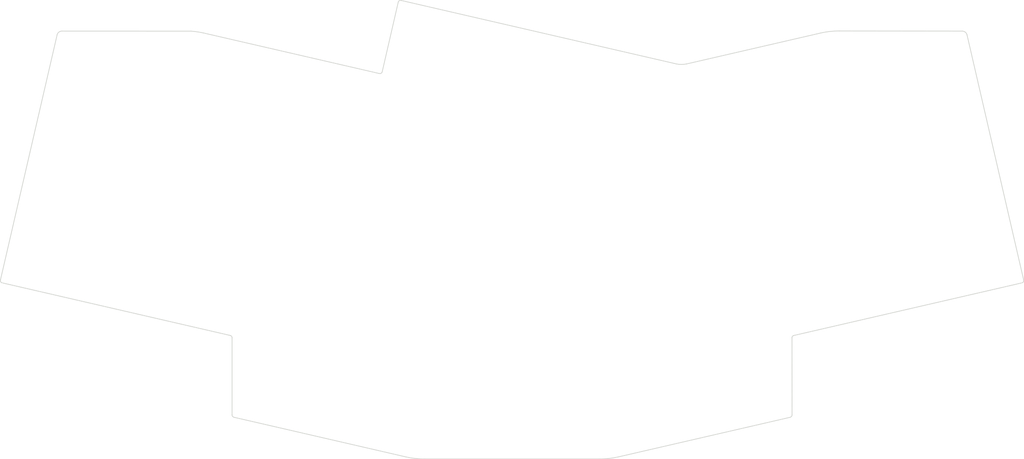
<source format=kicad_pcb>
(kicad_pcb (version 20211014) (generator pcbnew)
  (title_block (title "Humla base plate") (date "2021-11-10") (rev "0.2") (company "jmnw"))
  (layers (0 "F.Cu" signal) (31 "B.Cu" signal) (34 "B.Paste" user) (35 "F.Paste" user) (36 "B.SilkS" user "B.Silkscreen") (37 "F.SilkS" user "F.Silkscreen") (38 "B.Mask" user) (39 "F.Mask" user) (44 "Edge.Cuts" user))
  (net 0 "")
  (footprint "humla:M2_hole_2.3mm" (layer "F.Cu") (at 61.972246 51.051619)
    (fp_text reference "h2" hide)
    (fp_text value "h2")
    (pad "" np_thru_hole circle (at 0 0) (size 2.3 2.3) (drill 2.3) (layers *.Cu *.Mask))
  )
  (footprint "humla:M2_hole_2.3mm" (layer "F.Cu") (at 54.323909 84.180205)
    (fp_text reference "h2" hide)
    (fp_text value "h2")
    (pad "" np_thru_hole circle (at 0 0) (size 2.3 2.3) (drill 2.3) (layers *.Cu *.Mask))
  )
  (footprint "humla:M2_hole_2.3mm" (layer "F.Cu") (at 222.55299 84.183014)
    (fp_text reference "h2" hide)
    (fp_text value "h2")
    (pad "" np_thru_hole circle (at 0 0) (size 2.3 2.3) (drill 2.3) (layers *.Cu *.Mask))
  )
  (footprint "humla:M2_hole_2.3mm" (layer "F.Cu") (at 87.99529 98.36825)
    (fp_text reference "h2" hide)
    (fp_text value "h2")
    (pad "" np_thru_hole circle (at 0 0) (size 2.3 2.3) (drill 2.3) (layers *.Cu *.Mask))
  )
  (footprint "humla:M2_hole_2.3mm" (layer "F.Cu") (at 188.881615 98.371061)
    (fp_text reference "h2" hide)
    (fp_text value "h2")
    (pad "" np_thru_hole circle (at 0 0) (size 2.3 2.3) (drill 2.3) (layers *.Cu *.Mask))
  )
  (footprint "humla:M2_hole_2.3mm" (layer "F.Cu") (at 138.442349 109.432923)
    (fp_text reference "h2" hide)
    (fp_text value "h2")
    (pad "" np_thru_hole circle (at 0 0) (size 2.3 2.3) (drill 2.3) (layers *.Cu *.Mask))
  )
  (footprint "humla:M2_hole_2.3mm" (layer "F.Cu") (at 115.544272 59.057903)
    (fp_text reference "h2" hide)
    (fp_text value "h2")
    (pad "" np_thru_hole circle (at 0 0) (size 2.3 2.3) (drill 2.3) (layers *.Cu *.Mask))
  )
  (footprint "humla:M2_hole_2.3mm" (layer "F.Cu") (at 214.904652 51.054429)
    (fp_text reference "h2" hide)
    (fp_text value "h2")
    (pad "" np_thru_hole circle (at 0 0) (size 2.3 2.3) (drill 2.3) (layers *.Cu *.Mask))
  )
  (footprint "humla:M2_hole_2.3mm" (layer "F.Cu") (at 161.332625 59.060715)
    (fp_text reference "h2" hide)
    (fp_text value "h2")
    (pad "" np_thru_hole circle (at 0 0) (size 2.3 2.3) (drill 2.3) (layers *.Cu *.Mask))
  )
  (gr_arc (start 81.328237 118.86723) (mid 81.033146 118.685821) (end 80.917668 118.359243) (layer "Edge.Cuts") (width 0.15))
  (gr_line (start 195.945737 102.48423) (end 195.961133 118.359232) (layer "Edge.Cuts") (width 0.15))
  (gr_line (start 116.507283 126.986203) (end 81.328237 118.86723) (layer "Edge.Cuts") (width 0.15))
  (gr_line (start 115.060125 33.472376) (end 111.754812 47.835173) (layer "Edge.Cuts") (width 0.15))
  (gr_line (start 231.8979 40.195566) (end 243.545113 90.666694) (layer "Edge.Cuts") (width 0.15))
  (gr_arc (start 195.961133 118.359224) (mid 195.845663 118.68581) (end 195.550571 118.86723) (layer "Edge.Cuts") (width 0.15))
  (gr_arc (start 195.945734 102.484229) (mid 196.044354 102.213314) (end 196.279599 102.04664) (layer "Edge.Cuts") (width 0.15))
  (gr_arc (start 120.443413 127.431404) (mid 118.462826 127.319516) (end 116.507283 126.986203) (layer "Edge.Cuts") (width 0.15))
  (gr_arc (start 160.379542 126.986204) (mid 158.424 127.319517) (end 156.443413 127.431406) (layer "Edge.Cuts") (width 0.15))
  (gr_arc (start 44.983906 40.192921) (mid 45.340267 39.654596) (end 45.951298 39.4462) (layer "Edge.Cuts") (width 0.15))
  (gr_arc (start 174.240024 46.20652) (mid 173.2857 46.288858) (end 172.32992 46.225627) (layer "Edge.Cuts") (width 0.15))
  (gr_arc (start 33.669906 91.212716) (mid 33.381195 90.986362) (end 33.336573 90.62222) (layer "Edge.Cuts") (width 0.15))
  (gr_arc (start 243.545113 90.666694) (mid 243.46823 91.025409) (end 243.160505 91.225141) (layer "Edge.Cuts") (width 0.15))
  (gr_arc (start 230.93051 39.448857) (mid 231.541538 39.657246) (end 231.8979 40.195565) (layer "Edge.Cuts") (width 0.15))
  (gr_line (start 160.379542 126.986204) (end 195.550571 118.86723) (layer "Edge.Cuts") (width 0.15))
  (gr_arc (start 80.58727 102.046638) (mid 80.822517 102.213312) (end 80.921138 102.484228) (layer "Edge.Cuts") (width 0.15))
  (gr_line (start 44.983907 40.192917) (end 33.336578 90.622219) (layer "Edge.Cuts") (width 0.15))
  (gr_line (start 243.160504 91.225146) (end 196.279599 102.04664) (layer "Edge.Cuts") (width 0.15))
  (gr_arc (start 201.732849 39.860124) (mid 203.688391 39.526811) (end 205.668978 39.414922) (layer "Edge.Cuts") (width 0.15))
  (gr_line (start 80.921135 102.484231) (end 80.921134 118.359227) (layer "Edge.Cuts") (width 0.15))
  (gr_arc (start 111.754812 47.835173) (mid 111.528462 48.123883) (end 111.164323 48.168507) (layer "Edge.Cuts") (width 0.15))
  (gr_line (start 33.669906 91.212716) (end 80.58727 102.046638) (layer "Edge.Cuts") (width 0.15))
  (gr_line (start 120.443413 127.431407) (end 156.443412 127.431403) (layer "Edge.Cuts") (width 0.15))
  (gr_line (start 174.240029 46.206527) (end 201.732849 39.860124) (layer "Edge.Cuts") (width 0.15))
  (gr_arc (start 115.060125 33.472376) (mid 115.28648 33.183664) (end 115.650623 33.139043) (layer "Edge.Cuts") (width 0.15))
  (gr_line (start 230.93051 39.448857) (end 205.668981 39.414917) (layer "Edge.Cuts") (width 0.15))
  (gr_arc (start 72.507875 39.456855) (mid 73.836775 39.605525) (end 75.150616 39.85432) (layer "Edge.Cuts") (width 0.15))
  (gr_line (start 45.951298 39.4462) (end 72.507878 39.456856) (layer "Edge.Cuts") (width 0.15))
  (gr_line (start 115.650618 33.139052) (end 172.32992 46.225627) (layer "Edge.Cuts") (width 0.15))
  (gr_line (start 75.150616 39.85432) (end 111.16431 48.168503) (layer "Edge.Cuts") (width 0.15))
)
</source>
